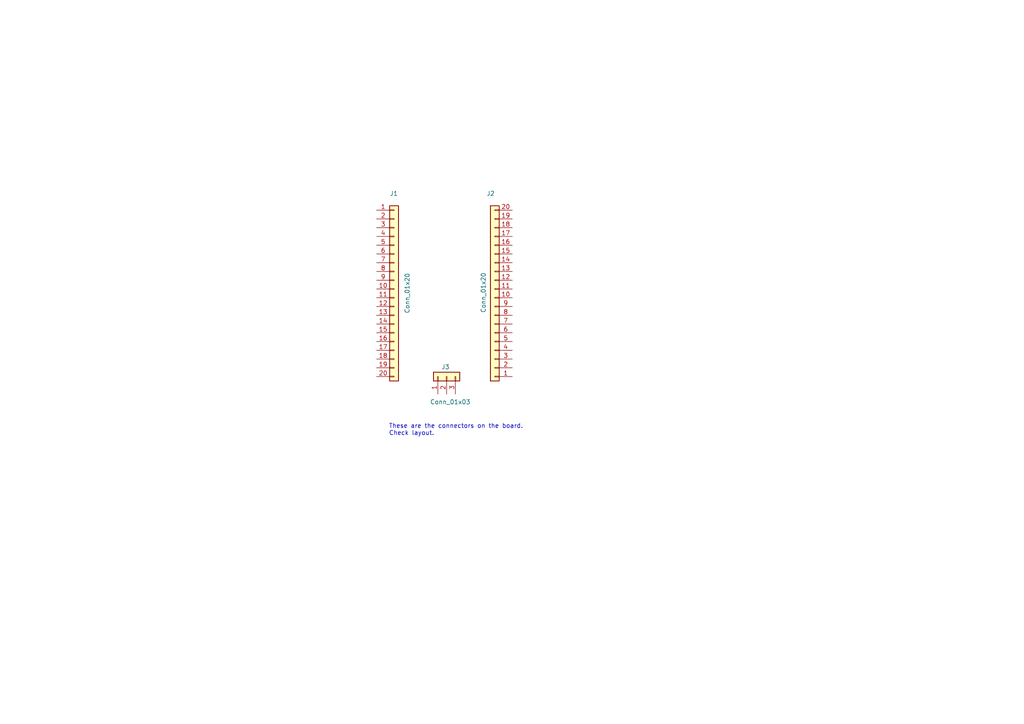
<source format=kicad_sch>
(kicad_sch (version 20231120) (generator "eeschema") (generator_version "8.0")
  (paper "A4")
  (lib_symbols
    (symbol "Connector_Generic:Conn_01x03" (pin_names (offset 1.016) hide)
      (property "Reference" "J" (at 0 5.08 0))
      (property "Value" "Conn_01x03" (at 0 -5.08 0))
      (symbol "Conn_01x03_1_1"
        (rectangle (start -1.27 -2.413) (end 0 -2.667) (stroke (width 0.1524)))
        (rectangle (start -1.27 0.127) (end 0 -0.127) (stroke (width 0.1524)))
        (rectangle (start -1.27 2.667) (end 0 2.413) (stroke (width 0.1524)))
        (rectangle (start -1.27 3.81) (end 1.27 -3.81) (stroke (width 0.254)) (fill (type background)))
        (pin passive line (at -5.08 2.54 0) (length 3.81) (name "Pin_1") (number "1"))
        (pin passive line (at -5.08 0 0) (length 3.81) (name "Pin_2") (number "2"))
        (pin passive line (at -5.08 -2.54 0) (length 3.81) (name "Pin_3") (number "3"))
      )
    )
    (symbol "Connector_Generic:Conn_01x20" (pin_names (offset 1.016) hide)
      (property "Reference" "J" (at 0 25.4 0))
      (property "Value" "Conn_01x20" (at 0 -27.94 0))
      (symbol "Conn_01x20_1_1"
        (rectangle (start -1.27 -25.273) (end 0 -25.527) (stroke (width 0.1524)))
        (rectangle (start -1.27 -22.733) (end 0 -22.987) (stroke (width 0.1524)))
        (rectangle (start -1.27 -20.193) (end 0 -20.447) (stroke (width 0.1524)))
        (rectangle (start -1.27 -17.653) (end 0 -17.907) (stroke (width 0.1524)))
        (rectangle (start -1.27 -15.113) (end 0 -15.367) (stroke (width 0.1524)))
        (rectangle (start -1.27 -12.573) (end 0 -12.827) (stroke (width 0.1524)))
        (rectangle (start -1.27 -10.033) (end 0 -10.287) (stroke (width 0.1524)))
        (rectangle (start -1.27 -7.493) (end 0 -7.747) (stroke (width 0.1524)))
        (rectangle (start -1.27 -4.953) (end 0 -5.207) (stroke (width 0.1524)))
        (rectangle (start -1.27 -2.413) (end 0 -2.667) (stroke (width 0.1524)))
        (rectangle (start -1.27 0.127) (end 0 -0.127) (stroke (width 0.1524)))
        (rectangle (start -1.27 2.667) (end 0 2.413) (stroke (width 0.1524)))
        (rectangle (start -1.27 5.207) (end 0 4.953) (stroke (width 0.1524)))
        (rectangle (start -1.27 7.747) (end 0 7.493) (stroke (width 0.1524)))
        (rectangle (start -1.27 10.287) (end 0 10.033) (stroke (width 0.1524)))
        (rectangle (start -1.27 12.827) (end 0 12.573) (stroke (width 0.1524)))
        (rectangle (start -1.27 15.367) (end 0 15.113) (stroke (width 0.1524)))
        (rectangle (start -1.27 17.907) (end 0 17.653) (stroke (width 0.1524)))
        (rectangle (start -1.27 20.447) (end 0 20.193) (stroke (width 0.1524)))
        (rectangle (start -1.27 22.987) (end 0 22.733) (stroke (width 0.1524)))
        (rectangle (start -1.27 24.13) (end 1.27 -26.67) (stroke (width 0.254)) (fill (type background)))
        (pin passive line (at -5.08 22.86 0) (length 3.81) (name "Pin_1") (number "1"))
        (pin passive line (at -5.08 0 0) (length 3.81) (name "Pin_10") (number "10"))
        (pin passive line (at -5.08 -2.54 0) (length 3.81) (name "Pin_11") (number "11"))
        (pin passive line (at -5.08 -5.08 0) (length 3.81) (name "Pin_12") (number "12"))
        (pin passive line (at -5.08 -7.62 0) (length 3.81) (name "Pin_13") (number "13"))
        (pin passive line (at -5.08 -10.16 0) (length 3.81) (name "Pin_14") (number "14"))
        (pin passive line (at -5.08 -12.7 0) (length 3.81) (name "Pin_15") (number "15"))
        (pin passive line (at -5.08 -15.24 0) (length 3.81) (name "Pin_16") (number "16"))
        (pin passive line (at -5.08 -17.78 0) (length 3.81) (name "Pin_17") (number "17"))
        (pin passive line (at -5.08 -20.32 0) (length 3.81) (name "Pin_18") (number "18"))
        (pin passive line (at -5.08 -22.86 0) (length 3.81) (name "Pin_19") (number "19"))
        (pin passive line (at -5.08 20.32 0) (length 3.81) (name "Pin_2") (number "2"))
        (pin passive line (at -5.08 -25.4 0) (length 3.81) (name "Pin_20") (number "20"))
        (pin passive line (at -5.08 17.78 0) (length 3.81) (name "Pin_3") (number "3"))
        (pin passive line (at -5.08 15.24 0) (length 3.81) (name "Pin_4") (number "4"))
        (pin passive line (at -5.08 12.7 0) (length 3.81) (name "Pin_5") (number "5"))
        (pin passive line (at -5.08 10.16 0) (length 3.81) (name "Pin_6") (number "6"))
        (pin passive line (at -5.08 7.62 0) (length 3.81) (name "Pin_7") (number "7"))
        (pin passive line (at -5.08 5.08 0) (length 3.81) (name "Pin_8") (number "8"))
        (pin passive line (at -5.08 2.54 0) (length 3.81) (name "Pin_9") (number "9"))
      )
    )
  )
  (text "These are the connectors on the board.\nCheck layout." (at 112.776 124.714 0) (effects (font (size 1.27 1.27)) (justify left)))
  (symbol (lib_id "Connector_Generic:Conn_01x20") (at 143.51 86.36 180) (unit 1)
    (property "Reference" "J2" (at 143.51 56.134 0) (effects (justify left)))
    (property "Value" "Conn_01x20" (at 140.208 78.994 90) (effects (justify left)))
    (property "Footprint" "Connector_PinHeader_2.54mm:PinHeader_1x20_P2.54mm_Vertical" (effects (hide yes)))
    (property "Description" "Generic connector, single row, 01x20, script generated (kicad-library-utils/schlib/autogen/connector/)" (effects (hide yes)))
  )
  (symbol (lib_id "Connector_Generic:Conn_01x20") (at 114.3 83.82 0) (unit 1)
    (property "Reference" "J1" (at 113.03 56.134 0) (effects (justify left)))
    (property "Value" "Conn_01x20" (at 118.11 90.932 90) (effects (justify left)))
    (property "Footprint" "Connector_PinHeader_2.54mm:PinHeader_1x20_P2.54mm_Vertical" (effects (hide yes)))
    (property "Description" "Generic connector, single row, 01x20, script generated (kicad-library-utils/schlib/autogen/connector/)" (effects (hide yes)))
  )
  (symbol (lib_id "Connector_Generic:Conn_01x03") (at 129.54 109.22 90) (unit 1)
    (property "Reference" "J3" (at 128.016 106.426 90) (effects (justify right)))
    (property "Value" "Conn_01x03" (at 124.714 116.586 90) (effects (justify right)))
    (property "Footprint" "Connector_PinHeader_2.54mm:PinHeader_1x03_P2.54mm_Vertical" (effects (hide yes)))
    (property "Description" "Generic connector, single row, 01x03, script generated (kicad-library-utils/schlib/autogen/connector/)" (effects (hide yes)))
  )
)
</source>
